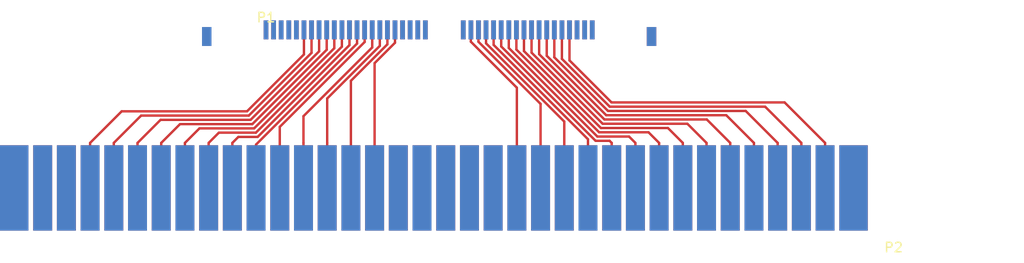
<source format=kicad_pcb>
(kicad_pcb (version 20171130) (host pcbnew "(5.1.10)-1")

  (general
    (thickness 1.6)
    (drawings 0)
    (tracks 118)
    (zones 0)
    (modules 2)
    (nets 87)
  )

  (page A4)
  (layers
    (0 F.Cu signal)
    (31 B.Cu signal)
    (32 B.Adhes user)
    (33 F.Adhes user)
    (34 B.Paste user)
    (35 F.Paste user)
    (36 B.SilkS user)
    (37 F.SilkS user)
    (38 B.Mask user)
    (39 F.Mask user)
    (40 Dwgs.User user)
    (41 Cmts.User user)
    (42 Eco1.User user)
    (43 Eco2.User user)
    (44 Edge.Cuts user)
    (45 Margin user)
    (46 B.CrtYd user)
    (47 F.CrtYd user)
    (48 B.Fab user)
    (49 F.Fab user)
  )

  (setup
    (last_trace_width 0.25)
    (trace_clearance 0.2)
    (zone_clearance 0.508)
    (zone_45_only no)
    (trace_min 0.2)
    (via_size 0.8)
    (via_drill 0.4)
    (via_min_size 0.4)
    (via_min_drill 0.3)
    (uvia_size 0.3)
    (uvia_drill 0.1)
    (uvias_allowed no)
    (uvia_min_size 0.2)
    (uvia_min_drill 0.1)
    (edge_width 0.05)
    (segment_width 0.2)
    (pcb_text_width 0.3)
    (pcb_text_size 1.5 1.5)
    (mod_edge_width 0.12)
    (mod_text_size 1 1)
    (mod_text_width 0.15)
    (pad_size 1.524 1.524)
    (pad_drill 0.762)
    (pad_to_mask_clearance 0)
    (aux_axis_origin 0 0)
    (visible_elements FFFFFF7F)
    (pcbplotparams
      (layerselection 0x010fc_ffffffff)
      (usegerberextensions false)
      (usegerberattributes true)
      (usegerberadvancedattributes true)
      (creategerberjobfile true)
      (excludeedgelayer true)
      (linewidth 0.100000)
      (plotframeref false)
      (viasonmask false)
      (mode 1)
      (useauxorigin false)
      (hpglpennumber 1)
      (hpglpenspeed 20)
      (hpglpendiameter 15.000000)
      (psnegative false)
      (psa4output false)
      (plotreference true)
      (plotvalue true)
      (plotinvisibletext false)
      (padsonsilk false)
      (subtractmaskfromsilk false)
      (outputformat 1)
      (mirror false)
      (drillshape 1)
      (scaleselection 1)
      (outputdirectory ""))
  )

  (net 0 "")
  (net 1 /GND)
  (net 2 "Net-(P1-Pad17)")
  (net 3 "Net-(P1-Pad18)")
  (net 4 "Net-(P1-Pad19)")
  (net 5 "Net-(P1-Pad20)")
  (net 6 /PPU-~RD)
  (net 7 /VRAM-A10)
  (net 8 /PPU-A6)
  (net 9 /PPU-A5)
  (net 10 /PPU-A4)
  (net 11 /PPU-A3)
  (net 12 /PPU-A2)
  (net 13 /PPU-A1)
  (net 14 /PPU-A0)
  (net 15 /PPU-D0)
  (net 16 /PPU-D1)
  (net 17 /PPU-D2)
  (net 18 /PPU-D3)
  (net 19 "Net-(P1-Pad34)")
  (net 20 "Net-(P1-Pad35)")
  (net 21 /VCC)
  (net 22 /CPU-A11)
  (net 23 /CPU-A10)
  (net 24 /CPU-A9)
  (net 25 /CPU-A8)
  (net 26 /CPU-A7)
  (net 27 /CPU-A6)
  (net 28 /CPU-A5)
  (net 29 /CPU-A4)
  (net 30 /CPU-A3)
  (net 31 /CPU-A2)
  (net 32 /CPU-A1)
  (net 33 /CPU-A0)
  (net 34 /CPU-R~W)
  (net 35 /~IRQ)
  (net 36 "Net-(P1-Pad16)")
  (net 37 "Net-(P1-Pad37)")
  (net 38 /PPU-~A13)
  (net 39 "Net-(P1-Pad54)")
  (net 40 /PPU-~WE)
  (net 41 /PPU-A7)
  (net 42 /PPU-A8)
  (net 43 /PPU-A10)
  (net 44 /PPU-D7)
  (net 45 /PPU-D6)
  (net 46 /PPU-A11)
  (net 47 /PPU-D5)
  (net 48 /PPU-D4)
  (net 49 "Net-(P1-Pad70)")
  (net 50 "Net-(P1-Pad55)")
  (net 51 "Net-(P1-Pad53)")
  (net 52 /PPU-A12)
  (net 53 /PPU-A13)
  (net 54 /VRAM-~CE)
  (net 55 /PPU-A9)
  (net 56 "Net-(P1-Pad71)")
  (net 57 /CPU-A13)
  (net 58 /CPU-D7)
  (net 59 /CPU-D6)
  (net 60 /CPU-D4)
  (net 61 /M2)
  (net 62 /CPU-D5)
  (net 63 /CPU-D3)
  (net 64 /CPU-A14)
  (net 65 /CPU-A12)
  (net 66 "Net-(P1-Pad52)")
  (net 67 /~ROMSEL)
  (net 68 /CPU-D1)
  (net 69 /CPU-D0)
  (net 70 /CPU-D2)
  (net 71 "Net-(P1-Pad51)")
  (net 72 "Net-(P2-Pad71)")
  (net 73 "Net-(P2-Pad70)")
  (net 74 "Net-(P2-Pad54)")
  (net 75 "Net-(P2-Pad55)")
  (net 76 "Net-(P2-Pad52)")
  (net 77 "Net-(P2-Pad51)")
  (net 78 "Net-(P2-Pad53)")
  (net 79 "Net-(P2-Pad37)")
  (net 80 "Net-(P2-Pad35)")
  (net 81 "Net-(P2-Pad34)")
  (net 82 "Net-(P2-Pad20)")
  (net 83 "Net-(P2-Pad19)")
  (net 84 "Net-(P2-Pad18)")
  (net 85 "Net-(P2-Pad17)")
  (net 86 "Net-(P2-Pad16)")

  (net_class Default "This is the default net class."
    (clearance 0.2)
    (trace_width 0.25)
    (via_dia 0.8)
    (via_drill 0.4)
    (uvia_dia 0.3)
    (uvia_drill 0.1)
    (add_net /CPU-A0)
    (add_net /CPU-A1)
    (add_net /CPU-A10)
    (add_net /CPU-A11)
    (add_net /CPU-A12)
    (add_net /CPU-A13)
    (add_net /CPU-A14)
    (add_net /CPU-A2)
    (add_net /CPU-A3)
    (add_net /CPU-A4)
    (add_net /CPU-A5)
    (add_net /CPU-A6)
    (add_net /CPU-A7)
    (add_net /CPU-A8)
    (add_net /CPU-A9)
    (add_net /CPU-D0)
    (add_net /CPU-D1)
    (add_net /CPU-D2)
    (add_net /CPU-D3)
    (add_net /CPU-D4)
    (add_net /CPU-D5)
    (add_net /CPU-D6)
    (add_net /CPU-D7)
    (add_net /CPU-R~W)
    (add_net /GND)
    (add_net /M2)
    (add_net /PPU-A0)
    (add_net /PPU-A1)
    (add_net /PPU-A10)
    (add_net /PPU-A11)
    (add_net /PPU-A12)
    (add_net /PPU-A13)
    (add_net /PPU-A2)
    (add_net /PPU-A3)
    (add_net /PPU-A4)
    (add_net /PPU-A5)
    (add_net /PPU-A6)
    (add_net /PPU-A7)
    (add_net /PPU-A8)
    (add_net /PPU-A9)
    (add_net /PPU-D0)
    (add_net /PPU-D1)
    (add_net /PPU-D2)
    (add_net /PPU-D3)
    (add_net /PPU-D4)
    (add_net /PPU-D5)
    (add_net /PPU-D6)
    (add_net /PPU-D7)
    (add_net /PPU-~A13)
    (add_net /PPU-~RD)
    (add_net /PPU-~WE)
    (add_net /VCC)
    (add_net /VRAM-A10)
    (add_net /VRAM-~CE)
    (add_net /~IRQ)
    (add_net /~ROMSEL)
    (add_net "Net-(P1-Pad16)")
    (add_net "Net-(P1-Pad17)")
    (add_net "Net-(P1-Pad18)")
    (add_net "Net-(P1-Pad19)")
    (add_net "Net-(P1-Pad20)")
    (add_net "Net-(P1-Pad34)")
    (add_net "Net-(P1-Pad35)")
    (add_net "Net-(P1-Pad37)")
    (add_net "Net-(P1-Pad51)")
    (add_net "Net-(P1-Pad52)")
    (add_net "Net-(P1-Pad53)")
    (add_net "Net-(P1-Pad54)")
    (add_net "Net-(P1-Pad55)")
    (add_net "Net-(P1-Pad70)")
    (add_net "Net-(P1-Pad71)")
    (add_net "Net-(P2-Pad16)")
    (add_net "Net-(P2-Pad17)")
    (add_net "Net-(P2-Pad18)")
    (add_net "Net-(P2-Pad19)")
    (add_net "Net-(P2-Pad20)")
    (add_net "Net-(P2-Pad34)")
    (add_net "Net-(P2-Pad35)")
    (add_net "Net-(P2-Pad37)")
    (add_net "Net-(P2-Pad51)")
    (add_net "Net-(P2-Pad52)")
    (add_net "Net-(P2-Pad53)")
    (add_net "Net-(P2-Pad54)")
    (add_net "Net-(P2-Pad55)")
    (add_net "Net-(P2-Pad70)")
    (add_net "Net-(P2-Pad71)")
  )

  (module NESRE:NES_Edge_Connector (layer F.Cu) (tedit 5DAD00C1) (tstamp 61F6551D)
    (at 260 100 180)
    (path /613EE4AA)
    (fp_text reference P2 (at 13.525 -0.025) (layer F.SilkS)
      (effects (font (size 1 1) (thickness 0.15)))
    )
    (fp_text value "72-Pin Connector" (at 13.725 -0.825) (layer F.Fab)
      (effects (font (size 1 1) (thickness 0.15)))
    )
    (pad 72 smd rect (at 106.25 6.25 180) (size 3 9) (layers B.Cu B.Paste B.Mask)
      (net 1 /GND))
    (pad 71 smd rect (at 103.25 6.25 180) (size 2 9) (layers B.Cu B.Paste B.Mask)
      (net 72 "Net-(P2-Pad71)"))
    (pad 70 smd rect (at 100.75 6.25 180) (size 2 9) (layers B.Cu B.Paste B.Mask)
      (net 73 "Net-(P2-Pad70)"))
    (pad 69 smd rect (at 98.25 6.25 180) (size 2 9) (layers B.Cu B.Paste B.Mask)
      (net 48 /PPU-D4))
    (pad 68 smd rect (at 95.75 6.25 180) (size 2 9) (layers B.Cu B.Paste B.Mask)
      (net 47 /PPU-D5))
    (pad 57 smd rect (at 68.25 6.25 180) (size 2 9) (layers B.Cu B.Paste B.Mask)
      (net 54 /VRAM-~CE))
    (pad 54 smd rect (at 60.75 6.25 180) (size 2 9) (layers B.Cu B.Paste B.Mask)
      (net 74 "Net-(P2-Pad54)"))
    (pad 41 smd rect (at 28.25 6.25 180) (size 2 9) (layers B.Cu B.Paste B.Mask)
      (net 64 /CPU-A14))
    (pad 44 smd rect (at 35.75 6.25 180) (size 2 9) (layers B.Cu B.Paste B.Mask)
      (net 62 /CPU-D5))
    (pad 48 smd rect (at 45.75 6.25 180) (size 2 9) (layers B.Cu B.Paste B.Mask)
      (net 68 /CPU-D1))
    (pad 55 smd rect (at 63.25 6.25 180) (size 2 9) (layers B.Cu B.Paste B.Mask)
      (net 75 "Net-(P2-Pad55)"))
    (pad 49 smd rect (at 48.25 6.25 180) (size 2 9) (layers B.Cu B.Paste B.Mask)
      (net 69 /CPU-D0))
    (pad 46 smd rect (at 40.75 6.25 180) (size 2 9) (layers B.Cu B.Paste B.Mask)
      (net 63 /CPU-D3))
    (pad 50 smd rect (at 50.75 6.25 180) (size 2 9) (layers B.Cu B.Paste B.Mask)
      (net 67 /~ROMSEL))
    (pad 45 smd rect (at 38.25 6.25 180) (size 2 9) (layers B.Cu B.Paste B.Mask)
      (net 60 /CPU-D4))
    (pad 43 smd rect (at 33.25 6.25 180) (size 2 9) (layers B.Cu B.Paste B.Mask)
      (net 59 /CPU-D6))
    (pad 56 smd rect (at 65.75 6.25 180) (size 2 9) (layers B.Cu B.Paste B.Mask)
      (net 40 /PPU-~WE))
    (pad 47 smd rect (at 43.25 6.25 180) (size 2 9) (layers B.Cu B.Paste B.Mask)
      (net 70 /CPU-D2))
    (pad 42 smd rect (at 30.75 6.25 180) (size 2 9) (layers B.Cu B.Paste B.Mask)
      (net 58 /CPU-D7))
    (pad 52 smd rect (at 55.75 6.25 180) (size 2 9) (layers B.Cu B.Paste B.Mask)
      (net 76 "Net-(P2-Pad52)"))
    (pad 51 smd rect (at 53.25 6.25 180) (size 2 9) (layers B.Cu B.Paste B.Mask)
      (net 77 "Net-(P2-Pad51)"))
    (pad 53 smd rect (at 58.25 6.25 180) (size 2 9) (layers B.Cu B.Paste B.Mask)
      (net 78 "Net-(P2-Pad53)"))
    (pad 40 smd rect (at 25.75 6.25 180) (size 2 9) (layers B.Cu B.Paste B.Mask)
      (net 57 /CPU-A13))
    (pad 39 smd rect (at 23.25 6.25 180) (size 2 9) (layers B.Cu B.Paste B.Mask)
      (net 65 /CPU-A12))
    (pad 38 smd rect (at 20.75 6.25 180) (size 2 9) (layers B.Cu B.Paste B.Mask)
      (net 61 /M2))
    (pad 37 smd rect (at 17.75 6.25 180) (size 3 9) (layers B.Cu B.Paste B.Mask)
      (net 79 "Net-(P2-Pad37)"))
    (pad 62 smd rect (at 80.75 6.25 180) (size 2 9) (layers B.Cu B.Paste B.Mask)
      (net 46 /PPU-A11))
    (pad 61 smd rect (at 78.25 6.25 180) (size 2 9) (layers B.Cu B.Paste B.Mask)
      (net 55 /PPU-A9))
    (pad 59 smd rect (at 73.25 6.25 180) (size 2 9) (layers B.Cu B.Paste B.Mask)
      (net 41 /PPU-A7))
    (pad 60 smd rect (at 75.75 6.25 180) (size 2 9) (layers B.Cu B.Paste B.Mask)
      (net 42 /PPU-A8))
    (pad 58 smd rect (at 70.75 6.25 180) (size 2 9) (layers B.Cu B.Paste B.Mask)
      (net 38 /PPU-~A13))
    (pad 63 smd rect (at 83.25 6.25 180) (size 2 9) (layers B.Cu B.Paste B.Mask)
      (net 43 /PPU-A10))
    (pad 67 smd rect (at 93.25 6.25 180) (size 2 9) (layers B.Cu B.Paste B.Mask)
      (net 45 /PPU-D6))
    (pad 66 smd rect (at 90.75 6.25 180) (size 2 9) (layers B.Cu B.Paste B.Mask)
      (net 44 /PPU-D7))
    (pad 65 smd rect (at 88.25 6.25 180) (size 2 9) (layers B.Cu B.Paste B.Mask)
      (net 53 /PPU-A13))
    (pad 64 smd rect (at 85.75 6.25 180) (size 2 9) (layers B.Cu B.Paste B.Mask)
      (net 52 /PPU-A12))
    (pad 36 smd rect (at 106.25 6.25 180) (size 3 9) (layers F.Cu F.Paste F.Mask)
      (net 21 /VCC))
    (pad 35 smd rect (at 103.25 6.25 180) (size 2 9) (layers F.Cu F.Paste F.Mask)
      (net 80 "Net-(P2-Pad35)"))
    (pad 34 smd rect (at 100.75 6.25 180) (size 2 9) (layers F.Cu F.Paste F.Mask)
      (net 81 "Net-(P2-Pad34)"))
    (pad 33 smd rect (at 98.25 6.25 180) (size 2 9) (layers F.Cu F.Paste F.Mask)
      (net 18 /PPU-D3))
    (pad 32 smd rect (at 95.75 6.25 180) (size 2 9) (layers F.Cu F.Paste F.Mask)
      (net 17 /PPU-D2))
    (pad 31 smd rect (at 93.25 6.25 180) (size 2 9) (layers F.Cu F.Paste F.Mask)
      (net 16 /PPU-D1))
    (pad 30 smd rect (at 90.75 6.25 180) (size 2 9) (layers F.Cu F.Paste F.Mask)
      (net 15 /PPU-D0))
    (pad 29 smd rect (at 88.25 6.25 180) (size 2 9) (layers F.Cu F.Paste F.Mask)
      (net 14 /PPU-A0))
    (pad 28 smd rect (at 85.75 6.25 180) (size 2 9) (layers F.Cu F.Paste F.Mask)
      (net 13 /PPU-A1))
    (pad 27 smd rect (at 83.25 6.25 180) (size 2 9) (layers F.Cu F.Paste F.Mask)
      (net 12 /PPU-A2))
    (pad 26 smd rect (at 80.75 6.25 180) (size 2 9) (layers F.Cu F.Paste F.Mask)
      (net 11 /PPU-A3))
    (pad 25 smd rect (at 78.25 6.25 180) (size 2 9) (layers F.Cu F.Paste F.Mask)
      (net 10 /PPU-A4))
    (pad 24 smd rect (at 75.75 6.25 180) (size 2 9) (layers F.Cu F.Paste F.Mask)
      (net 9 /PPU-A5))
    (pad 23 smd rect (at 73.25 6.25 180) (size 2 9) (layers F.Cu F.Paste F.Mask)
      (net 8 /PPU-A6))
    (pad 22 smd rect (at 70.75 6.25 180) (size 2 9) (layers F.Cu F.Paste F.Mask)
      (net 7 /VRAM-A10))
    (pad 21 smd rect (at 68.25 6.25 180) (size 2 9) (layers F.Cu F.Paste F.Mask)
      (net 6 /PPU-~RD))
    (pad 20 smd rect (at 65.75 6.25 180) (size 2 9) (layers F.Cu F.Paste F.Mask)
      (net 82 "Net-(P2-Pad20)"))
    (pad 19 smd rect (at 63.25 6.25 180) (size 2 9) (layers F.Cu F.Paste F.Mask)
      (net 83 "Net-(P2-Pad19)"))
    (pad 18 smd rect (at 60.75 6.25 180) (size 2 9) (layers F.Cu F.Paste F.Mask)
      (net 84 "Net-(P2-Pad18)"))
    (pad 17 smd rect (at 58.25 6.25 180) (size 2 9) (layers F.Cu F.Paste F.Mask)
      (net 85 "Net-(P2-Pad17)"))
    (pad 16 smd rect (at 55.75 6.25 180) (size 2 9) (layers F.Cu F.Paste F.Mask)
      (net 86 "Net-(P2-Pad16)"))
    (pad 15 smd rect (at 53.25 6.25 180) (size 2 9) (layers F.Cu F.Paste F.Mask)
      (net 35 /~IRQ))
    (pad 14 smd rect (at 50.75 6.25 180) (size 2 9) (layers F.Cu F.Paste F.Mask)
      (net 34 /CPU-R~W))
    (pad 13 smd rect (at 48.25 6.25 180) (size 2 9) (layers F.Cu F.Paste F.Mask)
      (net 33 /CPU-A0))
    (pad 12 smd rect (at 45.75 6.25 180) (size 2 9) (layers F.Cu F.Paste F.Mask)
      (net 32 /CPU-A1))
    (pad 11 smd rect (at 43.25 6.25 180) (size 2 9) (layers F.Cu F.Paste F.Mask)
      (net 31 /CPU-A2))
    (pad 10 smd rect (at 40.75 6.25 180) (size 2 9) (layers F.Cu F.Paste F.Mask)
      (net 30 /CPU-A3))
    (pad 9 smd rect (at 38.25 6.25 180) (size 2 9) (layers F.Cu F.Paste F.Mask)
      (net 29 /CPU-A4))
    (pad 8 smd rect (at 35.75 6.25 180) (size 2 9) (layers F.Cu F.Paste F.Mask)
      (net 28 /CPU-A5))
    (pad 7 smd rect (at 33.25 6.25 180) (size 2 9) (layers F.Cu F.Paste F.Mask)
      (net 27 /CPU-A6))
    (pad 6 smd rect (at 30.75 6.25 180) (size 2 9) (layers F.Cu F.Paste F.Mask)
      (net 26 /CPU-A7))
    (pad 5 smd rect (at 28.25 6.25 180) (size 2 9) (layers F.Cu F.Paste F.Mask)
      (net 25 /CPU-A8))
    (pad 4 smd rect (at 25.75 6.25 180) (size 2 9) (layers F.Cu F.Paste F.Mask)
      (net 24 /CPU-A9))
    (pad 3 smd rect (at 23.25 6.25 180) (size 2 9) (layers F.Cu F.Paste F.Mask)
      (net 23 /CPU-A10))
    (pad 2 smd rect (at 20.75 6.25 180) (size 2 9) (layers F.Cu F.Paste F.Mask)
      (net 22 /CPU-A11))
    (pad 1 smd rect (at 17.75 6.25 180) (size 3 9) (layers F.Cu F.Paste F.Mask)
      (net 1 /GND))
  )

  (module "TinyTendo:Cart Slot" (layer F.Cu) (tedit 613A8A98) (tstamp 61F654D1)
    (at 180.3 77.08)
    (path /5D838060)
    (fp_text reference P1 (at 0 -1.3) (layer F.SilkS)
      (effects (font (size 1 1) (thickness 0.15)))
    )
    (fp_text value "72-Pin Connector" (at 0 -2.3) (layer F.Fab)
      (effects (font (size 1 1) (thickness 0.15)))
    )
    (pad 73 connect rect (at 40.65 0.7 180) (size 1 2) (layers B.Cu B.Mask))
    (pad 73 connect rect (at -6.25 0.7 180) (size 1 2) (layers B.Cu B.Mask))
    (pad 1 smd rect (at 34.4 0) (size 0.5 2) (layers F.Cu F.Paste F.Mask)
      (net 1 /GND))
    (pad 73 connect rect (at -6.25 0.7) (size 1 2) (layers F.Cu F.Mask))
    (pad 73 connect rect (at 40.65 0.7) (size 1 2) (layers F.Cu F.Mask))
    (pad 17 smd rect (at 16.8 0) (size 0.5 2) (layers F.Cu F.Paste F.Mask)
      (net 2 "Net-(P1-Pad17)"))
    (pad 18 smd rect (at 16 0) (size 0.5 2) (layers F.Cu F.Paste F.Mask)
      (net 3 "Net-(P1-Pad18)"))
    (pad 19 smd rect (at 15.2 0) (size 0.5 2) (layers F.Cu F.Paste F.Mask)
      (net 4 "Net-(P1-Pad19)"))
    (pad 20 smd rect (at 14.4 0) (size 0.5 2) (layers F.Cu F.Paste F.Mask)
      (net 5 "Net-(P1-Pad20)"))
    (pad 21 smd rect (at 13.6 0) (size 0.5 2) (layers F.Cu F.Paste F.Mask)
      (net 6 /PPU-~RD))
    (pad 22 smd rect (at 12.8 0) (size 0.5 2) (layers F.Cu F.Paste F.Mask)
      (net 7 /VRAM-A10))
    (pad 23 smd rect (at 12 0) (size 0.5 2) (layers F.Cu F.Paste F.Mask)
      (net 8 /PPU-A6))
    (pad 24 smd rect (at 11.2 0) (size 0.5 2) (layers F.Cu F.Paste F.Mask)
      (net 9 /PPU-A5))
    (pad 25 smd rect (at 10.4 0) (size 0.5 2) (layers F.Cu F.Paste F.Mask)
      (net 10 /PPU-A4))
    (pad 26 smd rect (at 9.6 0) (size 0.5 2) (layers F.Cu F.Paste F.Mask)
      (net 11 /PPU-A3))
    (pad 27 smd rect (at 8.8 0) (size 0.5 2) (layers F.Cu F.Paste F.Mask)
      (net 12 /PPU-A2))
    (pad 28 smd rect (at 8 0) (size 0.5 2) (layers F.Cu F.Paste F.Mask)
      (net 13 /PPU-A1))
    (pad 29 smd rect (at 7.2 0) (size 0.5 2) (layers F.Cu F.Paste F.Mask)
      (net 14 /PPU-A0))
    (pad 30 smd rect (at 6.4 0) (size 0.5 2) (layers F.Cu F.Paste F.Mask)
      (net 15 /PPU-D0))
    (pad 31 smd rect (at 5.6 0) (size 0.5 2) (layers F.Cu F.Paste F.Mask)
      (net 16 /PPU-D1))
    (pad 32 smd rect (at 4.8 0) (size 0.5 2) (layers F.Cu F.Paste F.Mask)
      (net 17 /PPU-D2))
    (pad 33 smd rect (at 4 0) (size 0.5 2) (layers F.Cu F.Paste F.Mask)
      (net 18 /PPU-D3))
    (pad 34 smd rect (at 3.2 0) (size 0.5 2) (layers F.Cu F.Paste F.Mask)
      (net 19 "Net-(P1-Pad34)"))
    (pad 35 smd rect (at 2.4 0) (size 0.5 2) (layers F.Cu F.Paste F.Mask)
      (net 20 "Net-(P1-Pad35)"))
    (pad 36 smd rect (at 1.6 0) (size 0.5 2) (layers F.Cu F.Paste F.Mask)
      (net 21 /VCC))
    (pad 36 smd rect (at 0.8 0) (size 0.5 2) (layers F.Cu F.Paste F.Mask)
      (net 21 /VCC))
    (pad 36 smd rect (at 0 0) (size 0.5 2) (layers F.Cu F.Paste F.Mask)
      (net 21 /VCC))
    (pad 1 smd rect (at 33.6 0) (size 0.5 2) (layers F.Cu F.Paste F.Mask)
      (net 1 /GND))
    (pad 1 smd rect (at 32.8 0) (size 0.5 2) (layers F.Cu F.Paste F.Mask)
      (net 1 /GND))
    (pad 2 smd rect (at 32 0) (size 0.5 2) (layers F.Cu F.Paste F.Mask)
      (net 22 /CPU-A11))
    (pad 3 smd rect (at 31.2 0) (size 0.5 2) (layers F.Cu F.Paste F.Mask)
      (net 23 /CPU-A10))
    (pad 4 smd rect (at 30.4 0) (size 0.5 2) (layers F.Cu F.Paste F.Mask)
      (net 24 /CPU-A9))
    (pad 5 smd rect (at 29.6 0) (size 0.5 2) (layers F.Cu F.Paste F.Mask)
      (net 25 /CPU-A8))
    (pad 6 smd rect (at 28.8 0) (size 0.5 2) (layers F.Cu F.Paste F.Mask)
      (net 26 /CPU-A7))
    (pad 7 smd rect (at 28 0) (size 0.5 2) (layers F.Cu F.Paste F.Mask)
      (net 27 /CPU-A6))
    (pad 8 smd rect (at 27.2 0) (size 0.5 2) (layers F.Cu F.Paste F.Mask)
      (net 28 /CPU-A5))
    (pad 9 smd rect (at 26.4 0) (size 0.5 2) (layers F.Cu F.Paste F.Mask)
      (net 29 /CPU-A4))
    (pad 10 smd rect (at 25.6 0) (size 0.5 2) (layers F.Cu F.Paste F.Mask)
      (net 30 /CPU-A3))
    (pad 11 smd rect (at 24.8 0) (size 0.5 2) (layers F.Cu F.Paste F.Mask)
      (net 31 /CPU-A2))
    (pad 12 smd rect (at 24 0) (size 0.5 2) (layers F.Cu F.Paste F.Mask)
      (net 32 /CPU-A1))
    (pad 13 smd rect (at 23.2 0) (size 0.5 2) (layers F.Cu F.Paste F.Mask)
      (net 33 /CPU-A0))
    (pad 14 smd rect (at 22.4 0) (size 0.5 2) (layers F.Cu F.Paste F.Mask)
      (net 34 /CPU-R~W))
    (pad 15 smd rect (at 21.6 0) (size 0.5 2) (layers F.Cu F.Paste F.Mask)
      (net 35 /~IRQ))
    (pad 16 smd rect (at 20.8 0) (size 0.5 2) (layers F.Cu F.Paste F.Mask)
      (net 36 "Net-(P1-Pad16)"))
    (pad 37 smd rect (at 34.4 0) (size 0.5 2) (layers B.Cu B.Paste B.Mask)
      (net 37 "Net-(P1-Pad37)"))
    (pad 58 smd rect (at 12.8 0) (size 0.5 2) (layers B.Cu B.Paste B.Mask)
      (net 38 /PPU-~A13))
    (pad 54 smd rect (at 16 0) (size 0.5 2) (layers B.Cu B.Paste B.Mask)
      (net 39 "Net-(P1-Pad54)"))
    (pad 56 smd rect (at 14.4 0) (size 0.5 2) (layers B.Cu B.Paste B.Mask)
      (net 40 /PPU-~WE))
    (pad 59 smd rect (at 12 0) (size 0.5 2) (layers B.Cu B.Paste B.Mask)
      (net 41 /PPU-A7))
    (pad 60 smd rect (at 11.2 0) (size 0.5 2) (layers B.Cu B.Paste B.Mask)
      (net 42 /PPU-A8))
    (pad 63 smd rect (at 8.8 0) (size 0.5 2) (layers B.Cu B.Paste B.Mask)
      (net 43 /PPU-A10))
    (pad 66 smd rect (at 6.4 0) (size 0.5 2) (layers B.Cu B.Paste B.Mask)
      (net 44 /PPU-D7))
    (pad 67 smd rect (at 5.6 0) (size 0.5 2) (layers B.Cu B.Paste B.Mask)
      (net 45 /PPU-D6))
    (pad 62 smd rect (at 9.6 0) (size 0.5 2) (layers B.Cu B.Paste B.Mask)
      (net 46 /PPU-A11))
    (pad 68 smd rect (at 4.8 0) (size 0.5 2) (layers B.Cu B.Paste B.Mask)
      (net 47 /PPU-D5))
    (pad 69 smd rect (at 4 0) (size 0.5 2) (layers B.Cu B.Paste B.Mask)
      (net 48 /PPU-D4))
    (pad 70 smd rect (at 3.2 0) (size 0.5 2) (layers B.Cu B.Paste B.Mask)
      (net 49 "Net-(P1-Pad70)"))
    (pad 55 smd rect (at 15.2 0) (size 0.5 2) (layers B.Cu B.Paste B.Mask)
      (net 50 "Net-(P1-Pad55)"))
    (pad 53 smd rect (at 16.8 0) (size 0.5 2) (layers B.Cu B.Paste B.Mask)
      (net 51 "Net-(P1-Pad53)"))
    (pad 64 smd rect (at 8 0) (size 0.5 2) (layers B.Cu B.Paste B.Mask)
      (net 52 /PPU-A12))
    (pad 65 smd rect (at 7.2 0) (size 0.5 2) (layers B.Cu B.Paste B.Mask)
      (net 53 /PPU-A13))
    (pad 57 smd rect (at 13.6 0) (size 0.5 2) (layers B.Cu B.Paste B.Mask)
      (net 54 /VRAM-~CE))
    (pad 61 smd rect (at 10.4 0) (size 0.5 2) (layers B.Cu B.Paste B.Mask)
      (net 55 /PPU-A9))
    (pad 72 smd rect (at 0 0) (size 0.5 2) (layers B.Cu B.Paste B.Mask)
      (net 1 /GND))
    (pad 72 smd rect (at 0.8 0) (size 0.5 2) (layers B.Cu B.Paste B.Mask)
      (net 1 /GND))
    (pad 37 smd rect (at 32.8 0) (size 0.5 2) (layers B.Cu B.Paste B.Mask)
      (net 37 "Net-(P1-Pad37)"))
    (pad 71 smd rect (at 2.4 0) (size 0.5 2) (layers B.Cu B.Paste B.Mask)
      (net 56 "Net-(P1-Pad71)"))
    (pad 72 smd rect (at 1.6 0) (size 0.5 2) (layers B.Cu B.Paste B.Mask)
      (net 1 /GND))
    (pad 40 smd rect (at 30.4 0) (size 0.5 2) (layers B.Cu B.Paste B.Mask)
      (net 57 /CPU-A13))
    (pad 42 smd rect (at 28.8 0) (size 0.5 2) (layers B.Cu B.Paste B.Mask)
      (net 58 /CPU-D7))
    (pad 43 smd rect (at 28 0) (size 0.5 2) (layers B.Cu B.Paste B.Mask)
      (net 59 /CPU-D6))
    (pad 45 smd rect (at 26.4 0) (size 0.5 2) (layers B.Cu B.Paste B.Mask)
      (net 60 /CPU-D4))
    (pad 38 smd rect (at 32 0) (size 0.5 2) (layers B.Cu B.Paste B.Mask)
      (net 61 /M2))
    (pad 44 smd rect (at 27.2 0) (size 0.5 2) (layers B.Cu B.Paste B.Mask)
      (net 62 /CPU-D5))
    (pad 46 smd rect (at 25.6 0) (size 0.5 2) (layers B.Cu B.Paste B.Mask)
      (net 63 /CPU-D3))
    (pad 41 smd rect (at 29.6 0) (size 0.5 2) (layers B.Cu B.Paste B.Mask)
      (net 64 /CPU-A14))
    (pad 39 smd rect (at 31.2 0) (size 0.5 2) (layers B.Cu B.Paste B.Mask)
      (net 65 /CPU-A12))
    (pad 52 smd rect (at 20.8 0) (size 0.5 2) (layers B.Cu B.Paste B.Mask)
      (net 66 "Net-(P1-Pad52)"))
    (pad 50 smd rect (at 22.4 0) (size 0.5 2) (layers B.Cu B.Paste B.Mask)
      (net 67 /~ROMSEL))
    (pad 48 smd rect (at 24 0) (size 0.5 2) (layers B.Cu B.Paste B.Mask)
      (net 68 /CPU-D1))
    (pad 37 smd rect (at 33.6 0) (size 0.5 2) (layers B.Cu B.Paste B.Mask)
      (net 37 "Net-(P1-Pad37)"))
    (pad 49 smd rect (at 23.2 0) (size 0.5 2) (layers B.Cu B.Paste B.Mask)
      (net 69 /CPU-D0))
    (pad 47 smd rect (at 24.8 0) (size 0.5 2) (layers B.Cu B.Paste B.Mask)
      (net 70 /CPU-D2))
    (pad 51 smd rect (at 21.6 0) (size 0.5 2) (layers B.Cu B.Paste B.Mask)
      (net 71 "Net-(P1-Pad51)"))
  )

  (segment (start 191.75 80.59) (end 191.75 93.75) (width 0.25) (layer F.Cu) (net 6))
  (segment (start 193.9 77.08) (end 193.9 78.44) (width 0.25) (layer F.Cu) (net 6))
  (segment (start 193.9 78.44) (end 191.75 80.59) (width 0.25) (layer F.Cu) (net 6))
  (segment (start 193.1 78.60359) (end 189.25 82.45359) (width 0.25) (layer F.Cu) (net 7))
  (segment (start 193.1 77.08) (end 193.1 78.60359) (width 0.25) (layer F.Cu) (net 7))
  (segment (start 189.25 82.45359) (end 189.25 93.75) (width 0.25) (layer F.Cu) (net 7))
  (segment (start 186.75 84.317178) (end 186.75 89) (width 0.25) (layer F.Cu) (net 8))
  (segment (start 192.3 78.767178) (end 186.75 84.317178) (width 0.25) (layer F.Cu) (net 8))
  (segment (start 192.3 77.08) (end 192.3 78.767178) (width 0.25) (layer F.Cu) (net 8))
  (segment (start 186.75 89) (end 186.75 93.75) (width 0.25) (layer F.Cu) (net 8))
  (segment (start 184.25 89) (end 184.25 93.75) (width 0.25) (layer F.Cu) (net 9))
  (segment (start 184.25 86.180767) (end 184.25 89) (width 0.25) (layer F.Cu) (net 9))
  (segment (start 191.5 78.930767) (end 184.25 86.180767) (width 0.25) (layer F.Cu) (net 9))
  (segment (start 191.5 77.08) (end 191.5 78.930767) (width 0.25) (layer F.Cu) (net 9))
  (segment (start 190.7 77.08) (end 190.7 78.36) (width 0.25) (layer F.Cu) (net 10))
  (segment (start 181.75 87.31) (end 181.75 90.25) (width 0.25) (layer F.Cu) (net 10))
  (segment (start 181.75 90.25) (end 181.75 93.75) (width 0.25) (layer F.Cu) (net 10))
  (segment (start 190.7 78.36) (end 181.75 87.31) (width 0.25) (layer F.Cu) (net 10))
  (segment (start 179.25 89.17359) (end 179.25 93.75) (width 0.25) (layer F.Cu) (net 11))
  (segment (start 189.9 78.52359) (end 179.25 89.17359) (width 0.25) (layer F.Cu) (net 11))
  (segment (start 189.9 77.08) (end 189.9 78.52359) (width 0.25) (layer F.Cu) (net 11))
  (segment (start 189.1 77.08) (end 189.1 78.68718) (width 0.25) (layer F.Cu) (net 12))
  (segment (start 177.379934 88.370066) (end 176.75 89) (width 0.25) (layer F.Cu) (net 12))
  (segment (start 176.75 89) (end 176.75 93.75) (width 0.25) (layer F.Cu) (net 12))
  (segment (start 189.1 78.68718) (end 179.417114 88.370066) (width 0.25) (layer F.Cu) (net 12))
  (segment (start 179.417114 88.370066) (end 177.379934 88.370066) (width 0.25) (layer F.Cu) (net 12))
  (segment (start 175.329945 87.920055) (end 174.25 89) (width 0.25) (layer F.Cu) (net 13))
  (segment (start 188.3 77.08) (end 188.3 78.85077) (width 0.25) (layer F.Cu) (net 13))
  (segment (start 174.25 89) (end 174.25 93.75) (width 0.25) (layer F.Cu) (net 13))
  (segment (start 179.230715 87.920055) (end 175.329945 87.920055) (width 0.25) (layer F.Cu) (net 13))
  (segment (start 188.3 78.85077) (end 179.230715 87.920055) (width 0.25) (layer F.Cu) (net 13))
  (segment (start 187.5 79.01436) (end 179.044316 87.470044) (width 0.25) (layer F.Cu) (net 14))
  (segment (start 171.75 89) (end 171.75 93.75) (width 0.25) (layer F.Cu) (net 14))
  (segment (start 173.279956 87.470044) (end 171.75 89) (width 0.25) (layer F.Cu) (net 14))
  (segment (start 179.044316 87.470044) (end 173.279956 87.470044) (width 0.25) (layer F.Cu) (net 14))
  (segment (start 187.5 77.08) (end 187.5 79.01436) (width 0.25) (layer F.Cu) (net 14))
  (segment (start 178.857917 87.020033) (end 171.229967 87.020033) (width 0.25) (layer F.Cu) (net 15))
  (segment (start 169.25 89) (end 169.25 93.75) (width 0.25) (layer F.Cu) (net 15))
  (segment (start 171.229967 87.020033) (end 169.25 89) (width 0.25) (layer F.Cu) (net 15))
  (segment (start 186.7 79.17795) (end 178.857917 87.020033) (width 0.25) (layer F.Cu) (net 15))
  (segment (start 186.7 77.08) (end 186.7 79.17795) (width 0.25) (layer F.Cu) (net 15))
  (segment (start 169.179978 86.570022) (end 166.75 89) (width 0.25) (layer F.Cu) (net 16))
  (segment (start 178.671518 86.570022) (end 169.179978 86.570022) (width 0.25) (layer F.Cu) (net 16))
  (segment (start 185.9 77.08) (end 185.9 79.34154) (width 0.25) (layer F.Cu) (net 16))
  (segment (start 185.9 79.34154) (end 178.671518 86.570022) (width 0.25) (layer F.Cu) (net 16))
  (segment (start 166.75 89) (end 166.75 93.75) (width 0.25) (layer F.Cu) (net 16))
  (segment (start 185.1 77.08) (end 185.1 79.50513) (width 0.25) (layer F.Cu) (net 17))
  (segment (start 185.1 79.50513) (end 178.485119 86.120011) (width 0.25) (layer F.Cu) (net 17))
  (segment (start 178.485119 86.120011) (end 167.129989 86.120011) (width 0.25) (layer F.Cu) (net 17))
  (segment (start 167.129989 86.120011) (end 164.25 89) (width 0.25) (layer F.Cu) (net 17))
  (segment (start 164.25 89) (end 164.25 93.75) (width 0.25) (layer F.Cu) (net 17))
  (segment (start 165.08 85.67) (end 161.75 89) (width 0.25) (layer F.Cu) (net 18))
  (segment (start 178.298712 85.67) (end 165.08 85.67) (width 0.25) (layer F.Cu) (net 18))
  (segment (start 184.3 79.668719) (end 178.298712 85.67) (width 0.25) (layer F.Cu) (net 18))
  (segment (start 184.3 77.08) (end 184.3 79.668719) (width 0.25) (layer F.Cu) (net 18))
  (segment (start 161.75 89) (end 161.75 93.75) (width 0.25) (layer F.Cu) (net 18))
  (segment (start 212.3 80.3) (end 216.73 84.73) (width 0.25) (layer F.Cu) (net 22))
  (segment (start 234.98 84.73) (end 239.25 89) (width 0.25) (layer F.Cu) (net 22))
  (segment (start 216.73 84.73) (end 234.98 84.73) (width 0.25) (layer F.Cu) (net 22))
  (segment (start 212.3 77.08) (end 212.3 80.3) (width 0.25) (layer F.Cu) (net 22))
  (segment (start 239.25 89) (end 239.25 93.75) (width 0.25) (layer F.Cu) (net 22))
  (segment (start 236.75 89) (end 236.75 93.75) (width 0.25) (layer F.Cu) (net 23))
  (segment (start 211.5 77.08) (end 211.5 80.136411) (width 0.25) (layer F.Cu) (net 23))
  (segment (start 211.5 80.136411) (end 216.5436 85.180011) (width 0.25) (layer F.Cu) (net 23))
  (segment (start 216.5436 85.180011) (end 232.930011 85.180011) (width 0.25) (layer F.Cu) (net 23))
  (segment (start 232.930011 85.180011) (end 236.75 89) (width 0.25) (layer F.Cu) (net 23))
  (segment (start 210.7 77.08) (end 210.7 79.972822) (width 0.25) (layer F.Cu) (net 24))
  (segment (start 210.7 79.972822) (end 216.3572 85.630022) (width 0.25) (layer F.Cu) (net 24))
  (segment (start 216.3572 85.630022) (end 230.880022 85.630022) (width 0.25) (layer F.Cu) (net 24))
  (segment (start 230.880022 85.630022) (end 234.25 89) (width 0.25) (layer F.Cu) (net 24))
  (segment (start 234.25 89) (end 234.25 93.75) (width 0.25) (layer F.Cu) (net 24))
  (segment (start 209.9 77.08) (end 209.9 79.809233) (width 0.25) (layer F.Cu) (net 25))
  (segment (start 209.9 79.809233) (end 216.1708 86.080033) (width 0.25) (layer F.Cu) (net 25))
  (segment (start 216.1708 86.080033) (end 228.830033 86.080033) (width 0.25) (layer F.Cu) (net 25))
  (segment (start 228.830033 86.080033) (end 231.75 89) (width 0.25) (layer F.Cu) (net 25))
  (segment (start 231.75 89) (end 231.75 93.75) (width 0.25) (layer F.Cu) (net 25))
  (segment (start 226.780044 86.530044) (end 229.25 89) (width 0.25) (layer F.Cu) (net 26))
  (segment (start 215.9844 86.530044) (end 226.780044 86.530044) (width 0.25) (layer F.Cu) (net 26))
  (segment (start 209.1 77.08) (end 209.1 79.645644) (width 0.25) (layer F.Cu) (net 26))
  (segment (start 209.1 79.645644) (end 215.9844 86.530044) (width 0.25) (layer F.Cu) (net 26))
  (segment (start 229.25 89) (end 229.25 93.75) (width 0.25) (layer F.Cu) (net 26))
  (segment (start 226.75 89) (end 226.75 93.75) (width 0.25) (layer F.Cu) (net 27))
  (segment (start 224.730055 86.980055) (end 226.75 89) (width 0.25) (layer F.Cu) (net 27))
  (segment (start 208.3 79.482055) (end 215.798 86.980055) (width 0.25) (layer F.Cu) (net 27))
  (segment (start 208.3 77.08) (end 208.3 79.482055) (width 0.25) (layer F.Cu) (net 27))
  (segment (start 215.798 86.980055) (end 224.730055 86.980055) (width 0.25) (layer F.Cu) (net 27))
  (segment (start 224.25 89) (end 224.25 93.75) (width 0.25) (layer F.Cu) (net 28))
  (segment (start 215.6116 87.430066) (end 222.680066 87.430066) (width 0.25) (layer F.Cu) (net 28))
  (segment (start 222.680066 87.430066) (end 224.25 89) (width 0.25) (layer F.Cu) (net 28))
  (segment (start 207.5 79.318466) (end 215.6116 87.430066) (width 0.25) (layer F.Cu) (net 28))
  (segment (start 207.5 77.08) (end 207.5 79.318466) (width 0.25) (layer F.Cu) (net 28))
  (segment (start 221.75 89) (end 221.75 93.75) (width 0.25) (layer F.Cu) (net 29))
  (segment (start 220.630077 87.880077) (end 221.75 89) (width 0.25) (layer F.Cu) (net 29))
  (segment (start 215.4252 87.880077) (end 220.630077 87.880077) (width 0.25) (layer F.Cu) (net 29))
  (segment (start 206.7 79.154877) (end 215.4252 87.880077) (width 0.25) (layer F.Cu) (net 29))
  (segment (start 206.7 77.08) (end 206.7 79.154877) (width 0.25) (layer F.Cu) (net 29))
  (segment (start 205.9 77.08) (end 205.9 78.991288) (width 0.25) (layer F.Cu) (net 30))
  (segment (start 205.9 78.991288) (end 215.2388 88.330088) (width 0.25) (layer F.Cu) (net 30))
  (segment (start 215.2388 88.330088) (end 218.580088 88.330088) (width 0.25) (layer F.Cu) (net 30))
  (segment (start 218.580088 88.330088) (end 219.25 89) (width 0.25) (layer F.Cu) (net 30))
  (segment (start 219.25 89) (end 219.25 93.75) (width 0.25) (layer F.Cu) (net 30))
  (segment (start 205.1 77.08) (end 205.1 78.827699) (width 0.25) (layer F.Cu) (net 31))
  (segment (start 205.1 78.827699) (end 215.0524 88.780099) (width 0.25) (layer F.Cu) (net 31))
  (segment (start 215.0524 88.780099) (end 216.530099 88.780099) (width 0.25) (layer F.Cu) (net 31))
  (segment (start 216.530099 88.780099) (end 216.75 89) (width 0.25) (layer F.Cu) (net 31))
  (segment (start 216.75 89) (end 216.75 93.75) (width 0.25) (layer F.Cu) (net 31))
  (segment (start 204.3 78.664109) (end 214.25 88.614109) (width 0.25) (layer F.Cu) (net 32))
  (segment (start 214.25 88.614109) (end 214.25 93.75) (width 0.25) (layer F.Cu) (net 32))
  (segment (start 204.3 77.08) (end 204.3 78.664109) (width 0.25) (layer F.Cu) (net 32))
  (segment (start 211.75 86.75052) (end 211.75 93.75) (width 0.25) (layer F.Cu) (net 33))
  (segment (start 203.5 77.08) (end 203.5 78.500521) (width 0.25) (layer F.Cu) (net 33))
  (segment (start 203.5 78.500521) (end 211.75 86.75052) (width 0.25) (layer F.Cu) (net 33))
  (segment (start 209.25 84.886931) (end 209.25 93.75) (width 0.25) (layer F.Cu) (net 34))
  (segment (start 202.7 78.336932) (end 209.25 84.886931) (width 0.25) (layer F.Cu) (net 34))
  (segment (start 202.7 77.08) (end 202.7 78.336932) (width 0.25) (layer F.Cu) (net 34))
  (segment (start 201.9 78.33) (end 206.75 83.18) (width 0.25) (layer F.Cu) (net 35))
  (segment (start 201.9 77.08) (end 201.9 78.33) (width 0.25) (layer F.Cu) (net 35))
  (segment (start 206.75 83.18) (end 206.75 93.75) (width 0.25) (layer F.Cu) (net 35))

)

</source>
